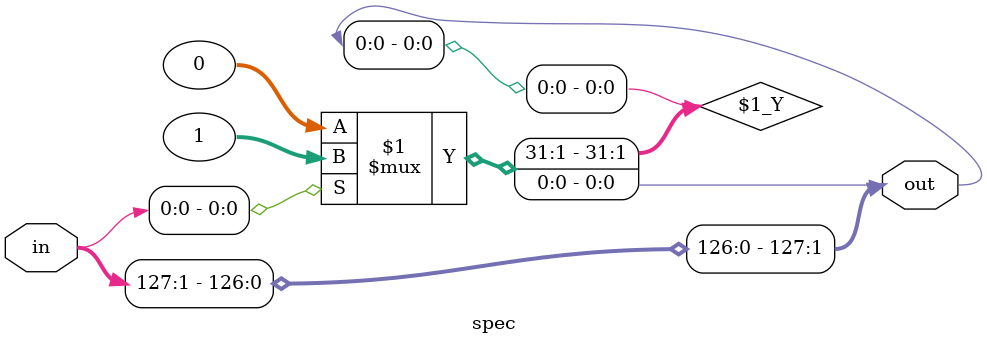
<source format=sv>

module spec (input logic [127:0] in,
			 output logic [127:0] out);

   assign out[127:1] = in[127:1];
   assign out[0] = in[0] ? 1 :// comment
				   0;

endmodule // spec

</source>
